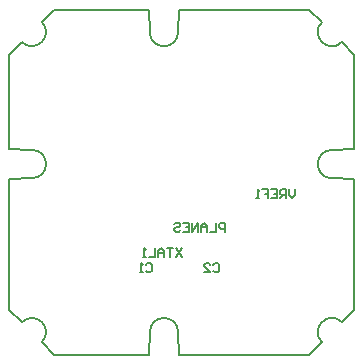
<source format=gbo>
%FSLAX25Y25*%
%MOIN*%
G70*
G01*
G75*
G04 Layer_Color=32896*
%ADD10O,0.05906X0.01575*%
%ADD11R,0.05906X0.01575*%
%ADD12R,0.01575X0.05906*%
%ADD13R,0.03150X0.02362*%
G04:AMPARAMS|DCode=14|XSize=23.62mil|YSize=31.5mil|CornerRadius=0mil|HoleSize=0mil|Usage=FLASHONLY|Rotation=45.000|XOffset=0mil|YOffset=0mil|HoleType=Round|Shape=Rectangle|*
%AMROTATEDRECTD14*
4,1,4,0.00278,-0.01949,-0.01949,0.00278,-0.00278,0.01949,0.01949,-0.00278,0.00278,-0.01949,0.0*
%
%ADD14ROTATEDRECTD14*%

%ADD15R,0.02362X0.03150*%
G04:AMPARAMS|DCode=16|XSize=23.62mil|YSize=31.5mil|CornerRadius=0mil|HoleSize=0mil|Usage=FLASHONLY|Rotation=135.000|XOffset=0mil|YOffset=0mil|HoleType=Round|Shape=Rectangle|*
%AMROTATEDRECTD16*
4,1,4,0.01949,0.00278,-0.00278,-0.01949,-0.01949,-0.00278,0.00278,0.01949,0.01949,0.00278,0.0*
%
%ADD16ROTATEDRECTD16*%

%ADD17C,0.01000*%
%ADD18C,0.01500*%
%ADD19C,0.00500*%
%ADD20R,0.02500X0.15000*%
%ADD21R,0.02500X0.12500*%
%ADD22R,0.12500X0.02500*%
%ADD23R,0.15000X0.02500*%
%ADD24C,0.02500*%
%ADD25R,0.04803X0.01969*%
%ADD26R,0.09843X0.04724*%
%ADD27C,0.00394*%
%ADD28C,0.00750*%
%ADD29C,0.00700*%
%ADD30R,0.15000X1.05000*%
%ADD31R,1.15000X0.15000*%
%ADD32R,0.15000X1.15000*%
%ADD33O,0.06706X0.02375*%
%ADD34R,0.06706X0.02375*%
%ADD35R,0.02375X0.06706*%
%ADD36R,0.03950X0.03162*%
G04:AMPARAMS|DCode=37|XSize=31.62mil|YSize=39.5mil|CornerRadius=0mil|HoleSize=0mil|Usage=FLASHONLY|Rotation=45.000|XOffset=0mil|YOffset=0mil|HoleType=Round|Shape=Rectangle|*
%AMROTATEDRECTD37*
4,1,4,0.00278,-0.02514,-0.02514,0.00278,-0.00278,0.02514,0.02514,-0.00278,0.00278,-0.02514,0.0*
%
%ADD37ROTATEDRECTD37*%

%ADD38R,0.03162X0.03950*%
G04:AMPARAMS|DCode=39|XSize=31.62mil|YSize=39.5mil|CornerRadius=0mil|HoleSize=0mil|Usage=FLASHONLY|Rotation=135.000|XOffset=0mil|YOffset=0mil|HoleType=Round|Shape=Rectangle|*
%AMROTATEDRECTD39*
4,1,4,0.02514,0.00278,-0.00278,-0.02514,-0.02514,-0.00278,0.00278,0.02514,0.02514,0.00278,0.0*
%
%ADD39ROTATEDRECTD39*%

%ADD40R,0.03300X0.15800*%
%ADD41R,0.03300X0.13300*%
%ADD42R,0.13300X0.03300*%
%ADD43R,0.15800X0.03300*%
%ADD44C,0.03300*%
%ADD45R,0.15000X1.00000*%
%ADD46R,1.00000X0.15000*%
%ADD47R,0.15000X0.85000*%
%ADD48R,0.05603X0.02769*%
%ADD49R,0.10642X0.05524*%
D19*
X411800Y407500D02*
G03*
X421200Y407500I4700J0D01*
G01*
X375823Y304177D02*
G03*
X369177Y310823I-3323J3323D01*
G01*
Y404177D02*
G03*
X375823Y410823I3323J3323D01*
G01*
X469177D02*
G03*
X475823Y404177I3323J-3323D01*
G01*
X421200Y307500D02*
G03*
X411800Y307500I-4700J0D01*
G01*
X475823Y310823D02*
G03*
X469177Y304177I-3323J-3323D01*
G01*
X472500Y368200D02*
G03*
X472500Y358800I0J-4700D01*
G01*
X372500D02*
G03*
X372500Y368200I0J4700D01*
G01*
X421500Y415000D02*
X465000D01*
X380000D02*
X411500D01*
X421197Y407432D02*
X421500Y415000D01*
X411500D02*
X411800Y407500D01*
X365000Y315000D02*
X369177Y310823D01*
X375823Y304177D02*
X380000Y300000D01*
X365000Y400000D02*
X369177Y404177D01*
X375823Y410823D02*
X380000Y415000D01*
X475823Y404177D02*
X480000Y400000D01*
X465000Y415000D02*
X469177Y410823D01*
X475823Y310823D02*
X480000Y315000D01*
X411500Y300000D02*
X411800Y307500D01*
X421197Y307568D02*
X421500Y300000D01*
X380000D02*
X411500D01*
X421500D02*
X465000D01*
X469177Y304177D01*
X472500Y368200D02*
X480000Y368500D01*
X472432Y358803D02*
X480000Y358500D01*
Y368500D02*
Y400000D01*
Y315000D02*
Y358500D01*
X365000Y368500D02*
X372500Y368200D01*
X365000Y358500D02*
X372568Y358803D01*
X365000Y368500D02*
Y400000D01*
Y315000D02*
Y358500D01*
D28*
X460200Y355151D02*
Y353152D01*
X459200Y352152D01*
X458201Y353152D01*
Y355151D01*
X457201Y352152D02*
Y355151D01*
X455701D01*
X455202Y354651D01*
Y353651D01*
X455701Y353152D01*
X457201D01*
X456201D02*
X455202Y352152D01*
X452203Y355151D02*
X454202D01*
Y352152D01*
X452203D01*
X454202Y353651D02*
X453202D01*
X449204Y355151D02*
X451203D01*
Y353651D01*
X450203D01*
X451203D01*
Y352152D01*
X448204D02*
X447204D01*
X447704D01*
Y355151D01*
X448204Y354651D01*
D29*
X422500Y335499D02*
X420501Y332500D01*
Y335499D02*
X422500Y332500D01*
X419501Y335499D02*
X417502D01*
X418501D01*
Y332500D01*
X416502D02*
Y334499D01*
X415502Y335499D01*
X414503Y334499D01*
Y332500D01*
Y333999D01*
X416502D01*
X413503Y335499D02*
Y332500D01*
X411504D01*
X410504D02*
X409504D01*
X410004D01*
Y335499D01*
X410504Y334999D01*
X433001Y329999D02*
X433500Y330499D01*
X434500D01*
X435000Y329999D01*
Y328000D01*
X434500Y327500D01*
X433500D01*
X433001Y328000D01*
X430002Y327500D02*
X432001D01*
X430002Y329499D01*
Y329999D01*
X430502Y330499D01*
X431501D01*
X432001Y329999D01*
X410501D02*
X411000Y330499D01*
X412000D01*
X412500Y329999D01*
Y328000D01*
X412000Y327500D01*
X411000D01*
X410501Y328000D01*
X409501Y327500D02*
X408501D01*
X409001D01*
Y330499D01*
X409501Y329999D01*
X437000Y341000D02*
Y343999D01*
X435500D01*
X435001Y343499D01*
Y342499D01*
X435500Y342000D01*
X437000D01*
X434001Y343999D02*
Y341000D01*
X432002D01*
X431002D02*
Y342999D01*
X430002Y343999D01*
X429003Y342999D01*
Y341000D01*
Y342499D01*
X431002D01*
X428003Y341000D02*
Y343999D01*
X426004Y341000D01*
Y343999D01*
X423004D02*
X425004D01*
Y341000D01*
X423004D01*
X425004Y342499D02*
X424004D01*
X420006Y343499D02*
X420505Y343999D01*
X421505D01*
X422005Y343499D01*
Y342999D01*
X421505Y342499D01*
X420505D01*
X420006Y342000D01*
Y341500D01*
X420505Y341000D01*
X421505D01*
X422005Y341500D01*
M02*

</source>
